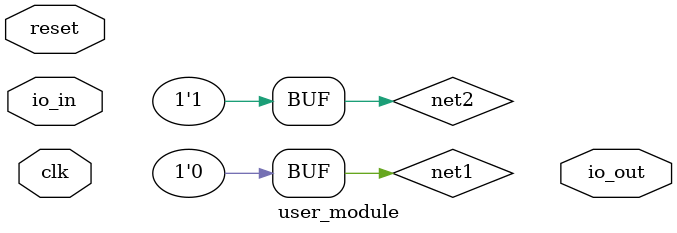
<source format=v>
/* Automatically generated from https://wokwi.com/projects/334295537442357843 */

module user_module(
  input reset,
  input clk,
  input [7:0] io_in,
  output [7:0] io_out
);
  wire net1 = 1'b0;
  wire net2 = 1'b1;
  wire net3;
  wire net4;
  wire net5;
  wire net6;
  wire net7;
  wire net8;
  wire net9;
  wire net10;
  wire net11;
  wire net12;
  wire net13;

  and_cell gate1 (
    .a (net2),
    .b (net3),
    .out (net4)
  );
  or_cell gate2 (
    .a (net5),
    .b (net6),
    .out (net7)
  );
  xor_cell gate3 (
    .a (net4),
    .b (net8),
    .out (net5)
  );
  nand_cell gate4 (
    .a (net3),
    .b (net1),
    .out (net9)
  );
  not_cell gate5 (
    .in (net10),
    .out (net6)
  );
  mux_cell mux1 (
    .a (net11),
    .b (net1),
    .sel (net12),
    .out (net10)
  );
  dff_cell flipflop1 (
    .d (net8),
    .clk (net9),
    .q (net11),
    .notq (net13)
  );
endmodule

</source>
